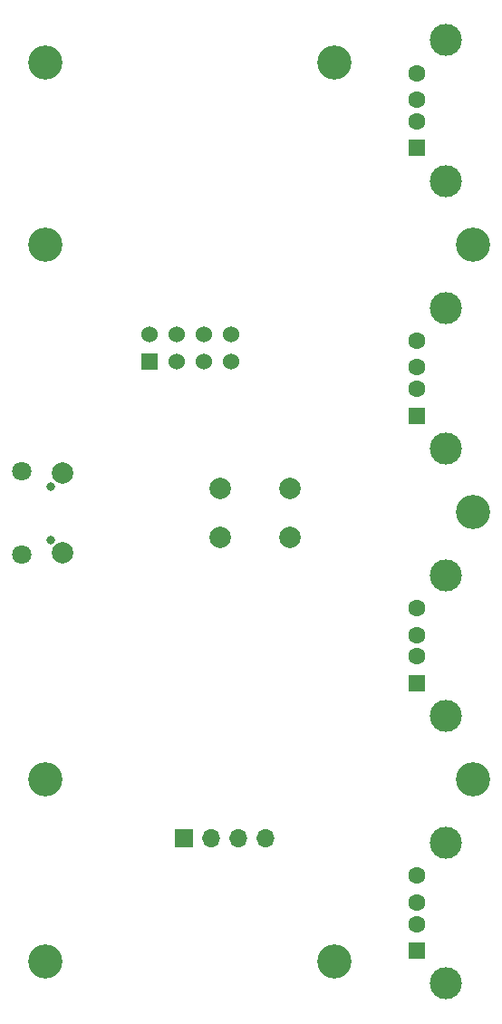
<source format=gbr>
G04 #@! TF.GenerationSoftware,KiCad,Pcbnew,(5.99.0-4013-gfd874d834)*
G04 #@! TF.CreationDate,2020-10-14T13:04:55+02:00*
G04 #@! TF.ProjectId,remote,72656d6f-7465-42e6-9b69-6361645f7063,rev?*
G04 #@! TF.SameCoordinates,Original*
G04 #@! TF.FileFunction,Soldermask,Bot*
G04 #@! TF.FilePolarity,Negative*
%FSLAX46Y46*%
G04 Gerber Fmt 4.6, Leading zero omitted, Abs format (unit mm)*
G04 Created by KiCad (PCBNEW (5.99.0-4013-gfd874d834)) date 2020-10-14 13:04:55*
%MOMM*%
%LPD*%
G01*
G04 APERTURE LIST*
%ADD10C,3.200000*%
%ADD11C,1.524000*%
%ADD12R,1.524000X1.524000*%
%ADD13C,2.000000*%
%ADD14C,1.600000*%
%ADD15R,1.600000X1.600000*%
%ADD16C,3.000000*%
%ADD17O,1.700000X1.700000*%
%ADD18R,1.700000X1.700000*%
%ADD19C,0.800000*%
%ADD20C,1.800000*%
G04 APERTURE END LIST*
D10*
X155250000Y-144000000D03*
X155250000Y-94000000D03*
X195250000Y-94000000D03*
X195250000Y-119000000D03*
X195250000Y-144000000D03*
X182250000Y-161000000D03*
X155250000Y-77000000D03*
X155250000Y-161000000D03*
X182250000Y-77000000D03*
D11*
X172620000Y-102460000D03*
X172620000Y-105000000D03*
X170080000Y-102460000D03*
X170080000Y-105000000D03*
X167540000Y-102460000D03*
X167540000Y-105000000D03*
X165000000Y-102460000D03*
D12*
X165000000Y-105000000D03*
D13*
X178100000Y-116850000D03*
X178100000Y-121350000D03*
X171600000Y-116850000D03*
X171600000Y-121350000D03*
D14*
X190000000Y-78000000D03*
X190000000Y-80500000D03*
X190000000Y-82500000D03*
D15*
X190000000Y-85000000D03*
D16*
X192710000Y-88070000D03*
X192710000Y-74930000D03*
D14*
X190000000Y-153000000D03*
X190000000Y-155500000D03*
X190000000Y-157500000D03*
D15*
X190000000Y-160000000D03*
D16*
X192710000Y-163070000D03*
X192710000Y-149930000D03*
D17*
X175870000Y-149500000D03*
X173330000Y-149500000D03*
X170790000Y-149500000D03*
D18*
X168250000Y-149500000D03*
D14*
X190000000Y-103000000D03*
X190000000Y-105500000D03*
X190000000Y-107500000D03*
D15*
X190000000Y-110000000D03*
D16*
X192710000Y-113070000D03*
X192710000Y-99930000D03*
D19*
X155800000Y-121600000D03*
X155800000Y-116600000D03*
D20*
X153050000Y-122975000D03*
X153050000Y-115225000D03*
D13*
X156850000Y-122825000D03*
X156850000Y-115375000D03*
D14*
X190000000Y-128000000D03*
X190000000Y-130500000D03*
X190000000Y-132500000D03*
D15*
X190000000Y-135000000D03*
D16*
X192710000Y-138070000D03*
X192710000Y-124930000D03*
M02*

</source>
